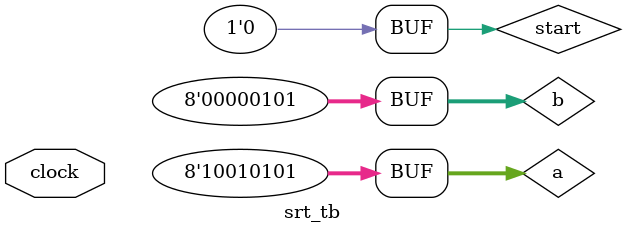
<source format=v>
module srt_tb(input clock);
    reg [7:0] a = 149, b = 5, q, r;
    reg ready, start = 0;
    SRT4_div d(
        .a(a),
        .b(b),
        .q(q),
        .r(r),
        .clock(clock),
        .start(start),
        .is_signed(1'b0),
        .ready(ready)
    );
    always @(*) begin
        if (ready)
            $display("q = %d\nr = %d", q, r);
    end
endmodule
</source>
